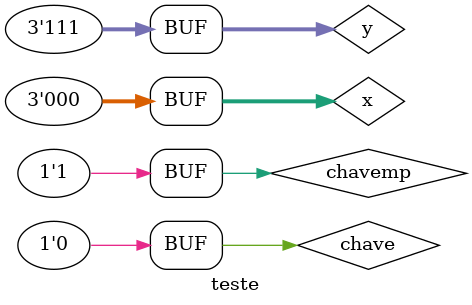
<source format=v>

module and3 (output [2:0]s, input [2:0] a, input [2:0] b );

and and1 (s[0], a[0], b[0]);
and and1 (s[1], a[1], b[1]);
and and1 (s[2], a[2], b[2]);

endmodule

//---------------------------------------------------------------------------

module or3 (output [2:0]s, input [2:0] a, input [2:0] b );

or and1 (s[0], a[0], b[0]);
or and1 (s[1], a[1], b[1]);
or and1 (s[2], a[2], b[2]);

endmodule
//--------------------------------------------------------------------------------------


module minusplus (output [2:0] s, input [2:0]a, input chave, input mp);

wire [2:0]s1, s3, s4, ch;
wire s2;
assign ch[0] = chave;
assign ch[1] = chave;
assign ch[2] = chave;

ex31 mais(s1, s2, a, 001, mp);

and and1 (vai, s2, chave);
and3 and2 (s3, s1, ch);
and3 and3 (s4, s1, ~ch);

or3 or1 (s, s3, s4);

 endmodule//

//--------------------------------------------------------------------

module inc (output [2:0]s,output vai, input [2:0]a, input chave); 

wire [2:0]s1, s3, s4, ch;
wire s2;
assign ch[0] = chave;
assign ch[1] = chave;
assign ch[2] = chave;

ex31 mais(s1, s2, a, 001, 0);

and and1 (vai, s2, chave);
and3 and2 (s3, s1, ch);
and3 and3 (s4, s1, ~ch);

or3 or1 (s, s3, s4);

 
endmodule // inc 

//--------------------------------------------------------------------------
module fullAdder (output s,output vai, input a, input b, input chave); 

wire s1,s2,s3;

and and1 (s1, a, b);
xor xor1 (s2, a, b);
and and2 (s3, chave, s2);
xor xor2 (s, s2, chave);
or or1 (vai, s3, s1); 
 
 
endmodule // fullAdder 

//-----------------------------------------------------------------

module zero (output s, input [2:0]a, input ove); 

wire s1,s2,s3,s4;


xnor xor1 (s1, a[0], 0);
xnor xor2 (s2, a[1], 0);
xnor xor3 (s3, a[2], 0);
xnor xor4 (s4, ove, 0);

and and1 (s, s1,s2,s3,s4);
   
endmodule // zero

//-------------------------------------------------------------------------------------
module ex31 (output [2:0] s, output ov, input [2:0] a, input [2:0] b, input chave);

wire w1, w2;
wire s1,s2,s3,s4,s5;

xor x1 (s1, b[0], chave);
xor x2 (s2, b[1], chave);
xor x3 (s3, b[2], chave);


fullAdder f1 (s[0], w1, a[0], s1, chave);
fullAdder f2 (s[1], w2, a[1], s2, w1);
fullAdder f3 (s[2], s5, a[2], s3, w2);

xor x4 (ov, s5, chave);

endmodule


module teste; 
// ------------------------- definir dados 
reg [2:0]x; 
reg [2:0]y; 
reg chave; 
reg chavemp;

wire [2:0] soma;
wire over;
wire over1;
wire [2:0]inc1;

minusplus teste (inc1, x, 1, chavemp);

ex31 modulo(soma, over, inc1, y, chave);
// ------------------------- parte principal 
initial begin 
$display("Exemplo0035 - Yousef - 441714"); 
$display("Test ALU's Exemplo 35");

$monitor("x = %3b -- y = %3b chave = %1b Resultado = %4b ",inc1,y,chave, soma);


#1x = 3'b000; y = 3'b000; chave = 0; chavemp =0;
#1x = 3'b000; y = 3'b001; chave = 0; chavemp =0;
#1x = 3'b000; y = 3'b010; chave = 0; chavemp =0;
#1x = 3'b000; y = 3'b011; chave = 0; chavemp =0;
#1x = 3'b000; y = 3'b100; chave = 0; chavemp =0;
#1x = 3'b000; y = 3'b101; chave = 0; chavemp =0;
#1x = 3'b000; y = 3'b110; chave = 0; chavemp =0;
#1x = 3'b000; y = 3'b111; chave = 0; chavemp =0;
//-----------------------------------
#1x = 3'b000; y = 3'b000; chave = 0; chavemp =1;
#1x = 3'b000; y = 3'b001; chave = 0; chavemp =1;
#1x = 3'b000; y = 3'b010; chave = 0; chavemp =1;
#1x = 3'b000; y = 3'b011; chave = 0; chavemp =1;
#1x = 3'b000; y = 3'b100; chave = 0; chavemp =1;
#1x = 3'b000; y = 3'b101; chave = 0; chavemp =1;
#1x = 3'b000; y = 3'b110; chave = 0; chavemp =1;
#1x = 3'b000; y = 3'b111; chave = 0; chavemp =1;
//----------------------------------------
end 
endmodule // test_fullAdder 
</source>
